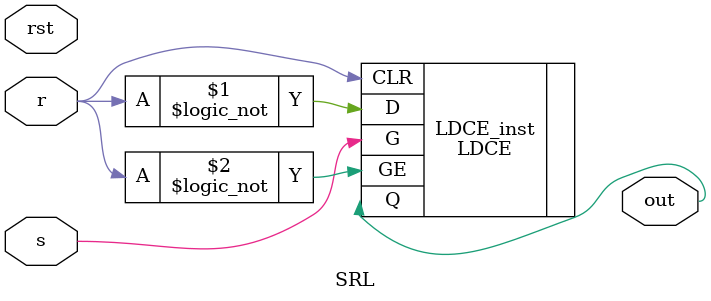
<source format=v>
`timescale 1ns / 1ps

module SRL
(
//---------CTRL-----------------------
	input							rst,
//---------IN-------------------------
	input							r,
	input							s,
//---------OUT------------------------
	output							out
//------------------------------------
);

LDCE #(
	.INIT(0), // Initial value of latch, 1’b0, 1’b1
	// Programmable Inversion Attributes: Specifies the use of the built-in programmable inversion
	.IS_CLR_INVERTED(1'b0), // Optional inversion for CLR
	.IS_G_INVERTED(1'b0) // Optional inversion for G
)
LDCE_inst (
	.Q(out), // 1-bit output: Data
	.CLR(r), // 1-bit input: Asynchronous clear
	.D(!r), // 1-bit input: Data
	.G(s), // 1-bit input: Gate
	.GE(!r) // 1-bit input: Gate enable
);


endmodule
</source>
